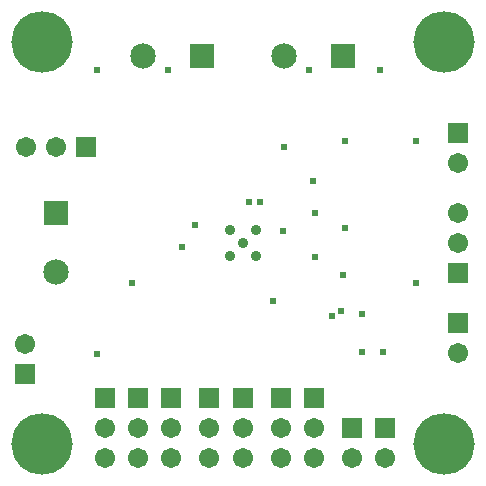
<source format=gbs>
G04*
G04 #@! TF.GenerationSoftware,Altium Limited,Altium Designer,21.7.2 (23)*
G04*
G04 Layer_Color=16711935*
%FSLAX25Y25*%
%MOIN*%
G70*
G04*
G04 #@! TF.SameCoordinates,3D67BF19-0A55-4891-8FEB-F4BE30BF2CF6*
G04*
G04*
G04 #@! TF.FilePolarity,Negative*
G04*
G01*
G75*
%ADD24R,0.06706X0.06706*%
%ADD25C,0.06706*%
%ADD26R,0.06706X0.06706*%
%ADD27C,0.08477*%
%ADD28R,0.08477X0.08477*%
%ADD29R,0.08477X0.08477*%
%ADD30C,0.20485*%
%ADD31C,0.02375*%
%ADD32C,0.03556*%
D24*
X6102Y34882D02*
D03*
X54724Y26929D02*
D03*
X43701D02*
D03*
X32677D02*
D03*
X126181Y16929D02*
D03*
X78543Y26929D02*
D03*
X115157Y16929D02*
D03*
X67520Y26929D02*
D03*
X91339D02*
D03*
X102362D02*
D03*
X150394Y68740D02*
D03*
X150394Y51968D02*
D03*
Y115354D02*
D03*
D25*
X6102Y44882D02*
D03*
X16339Y110630D02*
D03*
X6339D02*
D03*
X54724Y16929D02*
D03*
Y6929D02*
D03*
X43701Y16929D02*
D03*
Y6929D02*
D03*
X32677Y16929D02*
D03*
Y6929D02*
D03*
X126181D02*
D03*
X78543Y16929D02*
D03*
Y6929D02*
D03*
X115157D02*
D03*
X67520Y16929D02*
D03*
Y6929D02*
D03*
X91339Y16929D02*
D03*
Y6929D02*
D03*
X102362Y16929D02*
D03*
Y6929D02*
D03*
X150394Y88740D02*
D03*
Y78740D02*
D03*
X150394Y41969D02*
D03*
Y105354D02*
D03*
D26*
X26339Y110630D02*
D03*
D27*
X16535Y68899D02*
D03*
X92521Y140945D02*
D03*
X45276Y140945D02*
D03*
D28*
X16535Y88584D02*
D03*
D29*
X112206Y140945D02*
D03*
X64961Y140945D02*
D03*
D30*
X11811Y11811D02*
D03*
X145669Y145669D02*
D03*
X11811D02*
D03*
X145669Y11811D02*
D03*
D31*
X136221Y112599D02*
D03*
Y65354D02*
D03*
X124409Y136221D02*
D03*
X112599Y112599D02*
D03*
X100787Y136221D02*
D03*
X53543D02*
D03*
X41732Y65354D02*
D03*
X29921Y136221D02*
D03*
Y41732D02*
D03*
X62598Y84646D02*
D03*
X88779Y59252D02*
D03*
X102559Y88583D02*
D03*
Y74016D02*
D03*
X112205Y68110D02*
D03*
X92126Y82677D02*
D03*
X102165Y99213D02*
D03*
X92520Y110630D02*
D03*
X118504Y42323D02*
D03*
X125394D02*
D03*
X84252Y92520D02*
D03*
X80709D02*
D03*
X58268Y77362D02*
D03*
X118504Y54921D02*
D03*
X108465Y54528D02*
D03*
X111417Y55905D02*
D03*
X112598Y83858D02*
D03*
D32*
X83071Y83071D02*
D03*
Y74410D02*
D03*
X78740Y78740D02*
D03*
X74410Y83071D02*
D03*
Y74410D02*
D03*
M02*

</source>
